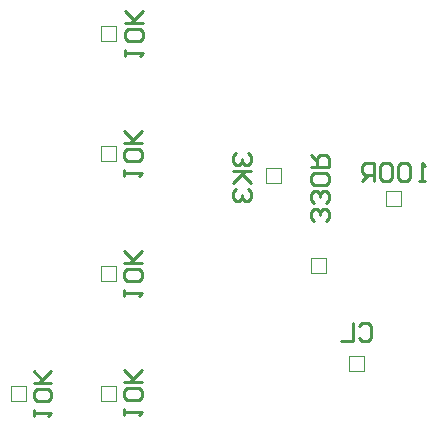
<source format=gbo>
G04*
G04 #@! TF.GenerationSoftware,Altium Limited,Altium Designer,21.1.1 (26)*
G04*
G04 Layer_Color=32896*
%FSLAX25Y25*%
%MOIN*%
G70*
G04*
G04 #@! TF.SameCoordinates,6FC1F31B-F578-4013-A3C6-3E9410FEC2B9*
G04*
G04*
G04 #@! TF.FilePolarity,Positive*
G04*
G01*
G75*
%ADD10C,0.00394*%
%ADD11C,0.01000*%
D10*
X640000Y402500D02*
Y407500D01*
X645000D01*
Y402500D02*
Y407500D01*
X640000Y402500D02*
X645000D01*
X627500Y435000D02*
X632500D01*
X627500D02*
Y440000D01*
X632500D01*
Y435000D02*
Y440000D01*
X612500Y470000D02*
X617500D01*
Y465000D02*
Y470000D01*
X612500Y465000D02*
X617500D01*
X612500D02*
Y470000D01*
X652500Y457500D02*
Y462500D01*
X657500D01*
Y457500D02*
Y462500D01*
X652500Y457500D02*
X657500D01*
X557500Y517500D02*
X562500D01*
Y512500D02*
Y517500D01*
X557500Y512500D02*
X562500D01*
X557500D02*
Y517500D01*
Y477500D02*
X562500D01*
Y472500D02*
Y477500D01*
X557500Y472500D02*
X562500D01*
X557500D02*
Y477500D01*
Y437500D02*
X562500D01*
Y432500D02*
Y437500D01*
X557500Y432500D02*
X562500D01*
X557500D02*
Y437500D01*
Y397500D02*
X562500D01*
Y392500D02*
Y397500D01*
X557500Y392500D02*
X562500D01*
X557500D02*
Y397500D01*
X527500D02*
X532500D01*
Y392500D02*
Y397500D01*
X527500Y392500D02*
X532500D01*
X527500D02*
Y397500D01*
D11*
X535000Y387300D02*
Y389299D01*
Y388300D01*
X540998D01*
X539998Y387300D01*
Y392298D02*
X540998Y393298D01*
Y395297D01*
X539998Y396297D01*
X536000D01*
X535000Y395297D01*
Y393298D01*
X536000Y392298D01*
X539998D01*
X540998Y398296D02*
X535000D01*
X536999D01*
X540998Y402295D01*
X537999Y399296D01*
X535000Y402295D01*
X565100Y387600D02*
Y389599D01*
Y388600D01*
X571098D01*
X570098Y387600D01*
Y392598D02*
X571098Y393598D01*
Y395597D01*
X570098Y396597D01*
X566100D01*
X565100Y395597D01*
Y393598D01*
X566100Y392598D01*
X570098D01*
X571098Y398596D02*
X565100D01*
X567099D01*
X571098Y402595D01*
X568099Y399596D01*
X565100Y402595D01*
X565300Y427500D02*
Y429499D01*
Y428500D01*
X571298D01*
X570298Y427500D01*
Y432498D02*
X571298Y433498D01*
Y435497D01*
X570298Y436497D01*
X566300D01*
X565300Y435497D01*
Y433498D01*
X566300Y432498D01*
X570298D01*
X571298Y438496D02*
X565300D01*
X567299D01*
X571298Y442495D01*
X568299Y439496D01*
X565300Y442495D01*
Y467500D02*
Y469499D01*
Y468500D01*
X571298D01*
X570298Y467500D01*
Y472498D02*
X571298Y473498D01*
Y475497D01*
X570298Y476497D01*
X566300D01*
X565300Y475497D01*
Y473498D01*
X566300Y472498D01*
X570298D01*
X571298Y478496D02*
X565300D01*
X567299D01*
X571298Y482495D01*
X568299Y479496D01*
X565300Y482495D01*
X565400Y507300D02*
Y509299D01*
Y508300D01*
X571398D01*
X570398Y507300D01*
Y512298D02*
X571398Y513298D01*
Y515297D01*
X570398Y516297D01*
X566400D01*
X565400Y515297D01*
Y513298D01*
X566400Y512298D01*
X570398D01*
X571398Y518296D02*
X565400D01*
X567399D01*
X571398Y522295D01*
X568399Y519296D01*
X565400Y522295D01*
X665500Y465800D02*
X663501D01*
X664500D01*
Y471798D01*
X665500Y470798D01*
X660502D02*
X659502Y471798D01*
X657503D01*
X656503Y470798D01*
Y466800D01*
X657503Y465800D01*
X659502D01*
X660502Y466800D01*
Y470798D01*
X654504D02*
X653504Y471798D01*
X651505D01*
X650505Y470798D01*
Y466800D01*
X651505Y465800D01*
X653504D01*
X654504Y466800D01*
Y470798D01*
X648505Y465800D02*
Y471798D01*
X645506D01*
X644507Y470798D01*
Y468799D01*
X645506Y467799D01*
X648505D01*
X646506D02*
X644507Y465800D01*
X602502Y475000D02*
X601502Y474000D01*
Y472001D01*
X602502Y471001D01*
X603501D01*
X604501Y472001D01*
Y473001D01*
Y472001D01*
X605501Y471001D01*
X606500D01*
X607500Y472001D01*
Y474000D01*
X606500Y475000D01*
X601502Y469002D02*
X607500D01*
X605501D01*
X601502Y465003D01*
X604501Y468002D01*
X607500Y465003D01*
X602502Y463004D02*
X601502Y462004D01*
Y460005D01*
X602502Y459005D01*
X603501D01*
X604501Y460005D01*
Y461004D01*
Y460005D01*
X605501Y459005D01*
X606500D01*
X607500Y460005D01*
Y462004D01*
X606500Y463004D01*
X632498Y452500D02*
X633498Y453500D01*
Y455499D01*
X632498Y456499D01*
X631499D01*
X630499Y455499D01*
Y454499D01*
Y455499D01*
X629499Y456499D01*
X628500D01*
X627500Y455499D01*
Y453500D01*
X628500Y452500D01*
X632498Y458498D02*
X633498Y459498D01*
Y461497D01*
X632498Y462497D01*
X631499D01*
X630499Y461497D01*
Y460497D01*
Y461497D01*
X629499Y462497D01*
X628500D01*
X627500Y461497D01*
Y459498D01*
X628500Y458498D01*
X632498Y464496D02*
X633498Y465496D01*
Y467495D01*
X632498Y468495D01*
X628500D01*
X627500Y467495D01*
Y465496D01*
X628500Y464496D01*
X632498D01*
X627500Y470494D02*
X633498D01*
Y473493D01*
X632498Y474493D01*
X630499D01*
X629499Y473493D01*
Y470494D01*
Y472494D02*
X627500Y474493D01*
X643501Y417498D02*
X644501Y418498D01*
X646500D01*
X647500Y417498D01*
Y413500D01*
X646500Y412500D01*
X644501D01*
X643501Y413500D01*
X641502Y418498D02*
Y412500D01*
X637503D01*
M02*

</source>
